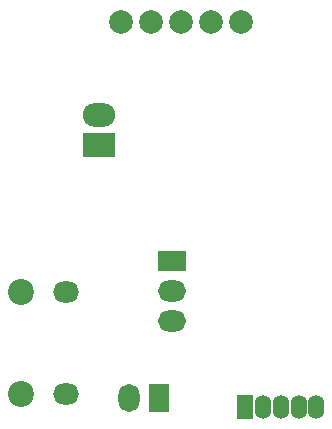
<source format=gbr>
G04 --- HEADER BEGIN --- *
%TF.GenerationSoftware,LibrePCB,LibrePCB,0.1.4*%
%TF.CreationDate,2020-08-29T22:21:27*%
%TF.ProjectId,Sensilo - default,d394d563-925a-41f4-bd4a-babca7d43e4c,v1*%
%TF.Part,Single*%
%FSLAX66Y66*%
%MOMM*%
G01*
G74*
G04 --- HEADER END --- *
G04 --- APERTURE LIST BEGIN --- *
%ADD10O,1.787X2.39*%
%ADD11R,1.787X2.39*%
%ADD12O,2.2X1.8*%
%ADD13C,2.2*%
%ADD14R,2.39X1.787*%
%ADD15O,2.39X1.787*%
%ADD16O,2.74X2.0*%
%ADD17R,2.74X2.0*%
%ADD18O,1.4X2.0*%
%ADD19R,1.4X2.0*%
%ADD20C,2.0*%
G04 --- APERTURE LIST END --- *
G04 --- BOARD BEGIN --- *
D10*
X11747500Y5397500D03*
D11*
X14287500Y5397500D03*
D12*
X6400000Y14320000D03*
X6400000Y5680000D03*
D13*
X2600000Y14320000D03*
X2600000Y5680000D03*
D14*
X15398750Y16986250D03*
D15*
X15398750Y11906250D03*
X15398750Y14446250D03*
D16*
X9200000Y29345000D03*
D17*
X9200000Y26805000D03*
D18*
X23106250Y4603750D03*
X24606250Y4603750D03*
D19*
X21606250Y4603750D03*
D18*
X26106250Y4603750D03*
X27606250Y4603750D03*
D20*
X13592500Y37185000D03*
X11052500Y37185000D03*
X16132500Y37185000D03*
X21212500Y37185000D03*
X18672500Y37185000D03*
G04 --- BOARD END --- *
%TF.MD5,feb839d17c8c9f86bf1fbddd45ddbd04*%
M02*

</source>
